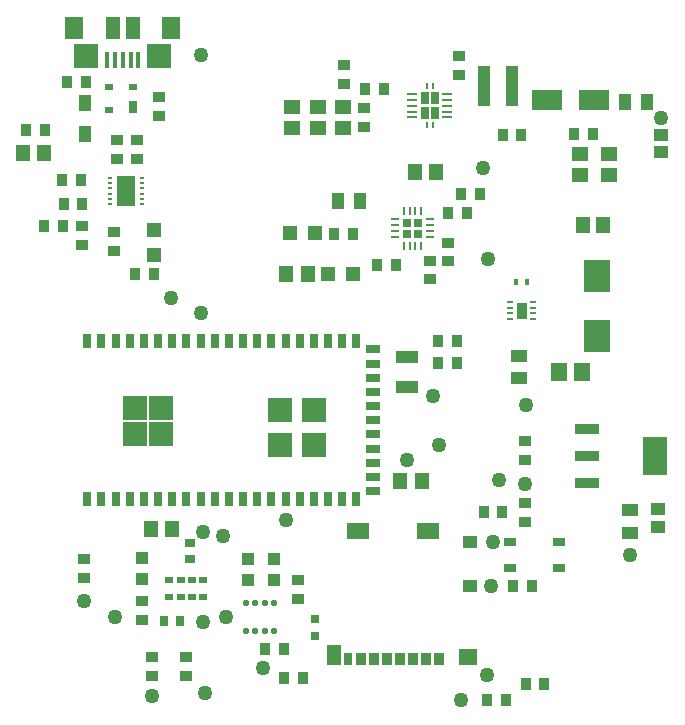
<source format=gtp>
G04*
G04 #@! TF.GenerationSoftware,Altium Limited,Altium Designer,21.9.2 (33)*
G04*
G04 Layer_Color=8421504*
%FSLAX25Y25*%
%MOIN*%
G70*
G04*
G04 #@! TF.SameCoordinates,C603DD54-685B-4B9A-A4C2-A7D413009CF4*
G04*
G04*
G04 #@! TF.FilePolarity,Positive*
G04*
G01*
G75*
%ADD20R,0.02756X0.02756*%
%ADD21R,0.02756X0.02756*%
%ADD22R,0.03362X0.05772*%
%ADD23R,0.02677X0.04134*%
%ADD24R,0.01024X0.01968*%
%ADD25R,0.08661X0.10630*%
%ADD26R,0.08465X0.12795*%
%ADD27R,0.08465X0.03740*%
%ADD28R,0.07874X0.07874*%
%ADD29R,0.04724X0.02756*%
%ADD30R,0.02756X0.04724*%
%ADD31O,0.00906X0.03150*%
%ADD32O,0.03150X0.00906*%
%ADD33R,0.05315X0.06102*%
%ADD34R,0.05512X0.04134*%
%ADD35R,0.03543X0.03937*%
%ADD36R,0.03543X0.02756*%
%ADD37R,0.04134X0.02559*%
G04:AMPARAMS|DCode=38|XSize=19.68mil|YSize=19.68mil|CornerRadius=2.46mil|HoleSize=0mil|Usage=FLASHONLY|Rotation=270.000|XOffset=0mil|YOffset=0mil|HoleType=Round|Shape=RoundedRectangle|*
%AMROUNDEDRECTD38*
21,1,0.01968,0.01476,0,0,270.0*
21,1,0.01476,0.01968,0,0,270.0*
1,1,0.00492,-0.00738,-0.00738*
1,1,0.00492,-0.00738,0.00738*
1,1,0.00492,0.00738,0.00738*
1,1,0.00492,0.00738,-0.00738*
%
%ADD38ROUNDEDRECTD38*%
%ADD39C,0.05000*%
%ADD40R,0.02756X0.02362*%
%ADD41R,0.02756X0.03937*%
%ADD42R,0.03937X0.05512*%
%ADD43R,0.07480X0.05315*%
%ADD44R,0.04724X0.03937*%
%ADD45R,0.06102X0.05315*%
%ADD46R,0.03347X0.04331*%
%ADD47R,0.02953X0.04331*%
%ADD48R,0.04606X0.07087*%
%ADD49R,0.04724X0.04724*%
%ADD50R,0.04724X0.04724*%
%ADD51R,0.03150X0.03150*%
%ADD52R,0.04724X0.07480*%
%ADD53R,0.06299X0.07480*%
%ADD54R,0.08268X0.07874*%
%ADD55R,0.01575X0.05315*%
%ADD56R,0.04940X0.05733*%
%ADD57R,0.01772X0.02362*%
G04:AMPARAMS|DCode=58|XSize=9.84mil|YSize=19.68mil|CornerRadius=1.97mil|HoleSize=0mil|Usage=FLASHONLY|Rotation=90.000|XOffset=0mil|YOffset=0mil|HoleType=Round|Shape=RoundedRectangle|*
%AMROUNDEDRECTD58*
21,1,0.00984,0.01575,0,0,90.0*
21,1,0.00591,0.01968,0,0,90.0*
1,1,0.00394,0.00787,0.00295*
1,1,0.00394,0.00787,-0.00295*
1,1,0.00394,-0.00787,-0.00295*
1,1,0.00394,-0.00787,0.00295*
%
%ADD58ROUNDEDRECTD58*%
G04:AMPARAMS|DCode=59|XSize=9.06mil|YSize=31.5mil|CornerRadius=1mil|HoleSize=0mil|Usage=FLASHONLY|Rotation=90.000|XOffset=0mil|YOffset=0mil|HoleType=Round|Shape=RoundedRectangle|*
%AMROUNDEDRECTD59*
21,1,0.00906,0.02950,0,0,90.0*
21,1,0.00706,0.03150,0,0,90.0*
1,1,0.00200,0.01475,0.00353*
1,1,0.00200,0.01475,-0.00353*
1,1,0.00200,-0.01475,-0.00353*
1,1,0.00200,-0.01475,0.00353*
%
%ADD59ROUNDEDRECTD59*%
%ADD60R,0.09843X0.06693*%
%ADD61R,0.01575X0.00984*%
%ADD62R,0.06299X0.09843*%
%ADD63R,0.03858X0.13386*%
%ADD64R,0.05118X0.04134*%
%ADD65R,0.04528X0.05709*%
%ADD66R,0.03937X0.03543*%
%ADD67R,0.04331X0.04331*%
%ADD68R,0.02835X0.02362*%
%ADD69R,0.07480X0.04331*%
%ADD70R,0.05709X0.04528*%
%ADD71R,0.04134X0.05512*%
%ADD72R,0.02756X0.03543*%
D20*
X142272Y164151D02*
D03*
X138728Y160608D02*
D03*
D21*
X138728Y164151D02*
D03*
X142272Y160608D02*
D03*
D22*
X176865Y134978D02*
D03*
D23*
X144535Y205786D02*
D03*
X148079D02*
D03*
Y200786D02*
D03*
X144535D02*
D03*
D24*
X145323Y209703D02*
D03*
X147291D02*
D03*
Y196869D02*
D03*
X145323D02*
D03*
D25*
X201873Y126523D02*
D03*
Y146602D02*
D03*
D26*
X221417Y86500D02*
D03*
D27*
X198583Y77445D02*
D03*
Y86500D02*
D03*
Y95555D02*
D03*
D28*
X48108Y102538D02*
D03*
X56840D02*
D03*
X48108Y93947D02*
D03*
X56840D02*
D03*
X96360Y101727D02*
D03*
X107600D02*
D03*
X96360Y90215D02*
D03*
X107600D02*
D03*
D29*
X127502Y79512D02*
D03*
Y122031D02*
D03*
Y117307D02*
D03*
Y112583D02*
D03*
Y107858D02*
D03*
Y103134D02*
D03*
Y98409D02*
D03*
Y93685D02*
D03*
Y88961D02*
D03*
Y84236D02*
D03*
Y74787D02*
D03*
D30*
X32065Y124803D02*
D03*
X36789D02*
D03*
X41514D02*
D03*
X46238D02*
D03*
X50963D02*
D03*
X55687D02*
D03*
X60411D02*
D03*
X65136D02*
D03*
X69860D02*
D03*
X74585D02*
D03*
X79309D02*
D03*
X84034D02*
D03*
X88758D02*
D03*
X93482D02*
D03*
X98207D02*
D03*
X102931D02*
D03*
X107656D02*
D03*
X112380D02*
D03*
X117104D02*
D03*
X121829D02*
D03*
Y72047D02*
D03*
X117104D02*
D03*
X112380D02*
D03*
X107656D02*
D03*
X102931D02*
D03*
X98207D02*
D03*
X93482D02*
D03*
X88758D02*
D03*
X84034D02*
D03*
X79309D02*
D03*
X74585D02*
D03*
X69860D02*
D03*
X65136D02*
D03*
X60411D02*
D03*
X55687D02*
D03*
X50963D02*
D03*
X46238D02*
D03*
X41514D02*
D03*
X36789D02*
D03*
X32065D02*
D03*
D31*
X143453Y168187D02*
D03*
X141484D02*
D03*
X139516D02*
D03*
X137547D02*
D03*
Y156572D02*
D03*
X139516D02*
D03*
X141484D02*
D03*
X143453D02*
D03*
D32*
X134693Y165332D02*
D03*
Y163364D02*
D03*
Y161395D02*
D03*
Y159427D02*
D03*
X146307D02*
D03*
Y161395D02*
D03*
Y163364D02*
D03*
Y165332D02*
D03*
D33*
X196887Y114547D02*
D03*
X189209D02*
D03*
D34*
X176139Y119947D02*
D03*
Y112466D02*
D03*
X213000Y68440D02*
D03*
Y60960D02*
D03*
D35*
X97556Y22236D02*
D03*
X91257D02*
D03*
X31754Y211200D02*
D03*
X25454D02*
D03*
X17913Y195100D02*
D03*
X11613D02*
D03*
X30000Y178600D02*
D03*
X23701D02*
D03*
X30507Y170371D02*
D03*
X24208D02*
D03*
X170500Y67800D02*
D03*
X164201D02*
D03*
X149167Y117500D02*
D03*
X155466D02*
D03*
X149167Y124803D02*
D03*
X155466D02*
D03*
X178197Y10515D02*
D03*
X184496D02*
D03*
X54250Y147100D02*
D03*
X47950D02*
D03*
X17800Y163150D02*
D03*
X24099D02*
D03*
X156804Y173914D02*
D03*
X163103D02*
D03*
X104046Y12529D02*
D03*
X97747D02*
D03*
X171599Y5082D02*
D03*
X165300D02*
D03*
X174139Y43000D02*
D03*
X180438D02*
D03*
X194350Y193811D02*
D03*
X200650D02*
D03*
X176815Y193460D02*
D03*
X170516D02*
D03*
X131000Y208793D02*
D03*
X124701D02*
D03*
X135067Y150000D02*
D03*
X128768D02*
D03*
X120740Y160581D02*
D03*
X114441D02*
D03*
X158615Y167547D02*
D03*
X152316D02*
D03*
D36*
X66297Y57555D02*
D03*
Y52043D02*
D03*
D37*
X189339Y57665D02*
D03*
X173000D02*
D03*
Y49200D02*
D03*
X189339D02*
D03*
D38*
X94407Y37461D02*
D03*
X91257D02*
D03*
X88108D02*
D03*
X84879D02*
D03*
X84958Y28012D02*
D03*
X88108D02*
D03*
X91257D02*
D03*
X94407D02*
D03*
D39*
X212988Y53523D02*
D03*
X165599Y152216D02*
D03*
X69860Y134000D02*
D03*
X69917Y220192D02*
D03*
X59886Y139000D02*
D03*
X164100Y182481D02*
D03*
X165480Y13342D02*
D03*
X166763Y43118D02*
D03*
X53522Y6500D02*
D03*
X31037Y38135D02*
D03*
X71486Y7562D02*
D03*
X156632Y5082D02*
D03*
X138738Y85225D02*
D03*
X149211Y90215D02*
D03*
X147400Y106500D02*
D03*
X169500Y78500D02*
D03*
X178000Y77086D02*
D03*
X70828Y61099D02*
D03*
X70670Y31000D02*
D03*
X90727Y15790D02*
D03*
X77230Y59896D02*
D03*
X78300Y32701D02*
D03*
X98332Y65115D02*
D03*
X41439Y32913D02*
D03*
X167378Y57685D02*
D03*
X178427Y103396D02*
D03*
X223454Y199030D02*
D03*
D40*
X39451Y201913D02*
D03*
X47325Y209393D02*
D03*
X39451D02*
D03*
D41*
X47325Y202700D02*
D03*
D42*
X31500Y193764D02*
D03*
Y204000D02*
D03*
D43*
X122301Y61523D02*
D03*
X145805D02*
D03*
D44*
X159585Y43118D02*
D03*
Y57685D02*
D03*
D45*
X158896Y19397D02*
D03*
D46*
X149211Y18905D02*
D03*
X144880D02*
D03*
X140549D02*
D03*
X136219D02*
D03*
X131888D02*
D03*
X127557D02*
D03*
X123226D02*
D03*
D47*
X119093D02*
D03*
D48*
X114329Y20283D02*
D03*
D49*
X108071Y160778D02*
D03*
X99804D02*
D03*
X120652Y147200D02*
D03*
X112385D02*
D03*
D50*
X54250Y161836D02*
D03*
Y153568D02*
D03*
D51*
X108145Y26347D02*
D03*
Y32253D02*
D03*
D52*
X47305Y229000D02*
D03*
X40612D02*
D03*
D53*
X60100D02*
D03*
X27817D02*
D03*
D54*
X56163Y219748D02*
D03*
X31754D02*
D03*
D55*
X49076Y218468D02*
D03*
X46517D02*
D03*
X43958D02*
D03*
X41399D02*
D03*
X38840D02*
D03*
D56*
X203996Y163380D02*
D03*
X197494D02*
D03*
D57*
X178695Y144534D02*
D03*
X174955D02*
D03*
D58*
X173125Y137931D02*
D03*
Y135962D02*
D03*
Y133994D02*
D03*
Y132026D02*
D03*
X180605D02*
D03*
Y133994D02*
D03*
Y135962D02*
D03*
Y137931D02*
D03*
D59*
X140500Y207223D02*
D03*
Y205254D02*
D03*
Y203286D02*
D03*
Y201317D02*
D03*
Y199349D02*
D03*
X152114D02*
D03*
Y201317D02*
D03*
Y203286D02*
D03*
Y205254D02*
D03*
Y207223D02*
D03*
D60*
X201000Y205035D02*
D03*
X185252D02*
D03*
D61*
X39785Y179229D02*
D03*
Y177457D02*
D03*
Y175686D02*
D03*
Y173914D02*
D03*
Y172143D02*
D03*
Y170371D02*
D03*
X50415D02*
D03*
Y172143D02*
D03*
Y173914D02*
D03*
Y175686D02*
D03*
Y177457D02*
D03*
Y179229D02*
D03*
D62*
X45100Y174800D02*
D03*
D63*
X164335Y209799D02*
D03*
X173665D02*
D03*
D64*
X222300Y68700D02*
D03*
Y62991D02*
D03*
X223454Y193460D02*
D03*
Y187752D02*
D03*
D65*
X148315Y181190D02*
D03*
X141228D02*
D03*
X17800Y187400D02*
D03*
X10713D02*
D03*
X60411Y62086D02*
D03*
X53325D02*
D03*
X136457Y78000D02*
D03*
X143543D02*
D03*
X105543Y147100D02*
D03*
X98457D02*
D03*
D66*
X152316Y157628D02*
D03*
Y151329D02*
D03*
X42015Y191779D02*
D03*
Y185479D02*
D03*
X48515D02*
D03*
Y191779D02*
D03*
X40966Y161271D02*
D03*
Y154972D02*
D03*
X56163Y199803D02*
D03*
Y206103D02*
D03*
X124463Y196216D02*
D03*
Y202516D02*
D03*
X156000Y219750D02*
D03*
Y213450D02*
D03*
X117590Y216806D02*
D03*
Y210506D02*
D03*
X30500Y163150D02*
D03*
Y156850D02*
D03*
X53522Y13196D02*
D03*
Y19496D02*
D03*
X31037Y45980D02*
D03*
Y52280D02*
D03*
X65136Y13196D02*
D03*
Y19496D02*
D03*
X178000Y85225D02*
D03*
Y91524D02*
D03*
Y64490D02*
D03*
Y70789D02*
D03*
X146307Y145350D02*
D03*
Y151650D02*
D03*
X50400Y31836D02*
D03*
Y38135D02*
D03*
X102182Y38787D02*
D03*
Y45086D02*
D03*
D67*
X50400Y45400D02*
D03*
Y52487D02*
D03*
X85682Y52280D02*
D03*
Y45193D02*
D03*
X94382Y52280D02*
D03*
Y45193D02*
D03*
D68*
X70828Y45156D02*
D03*
X67010D02*
D03*
X63191D02*
D03*
X59372D02*
D03*
Y39644D02*
D03*
X63191D02*
D03*
X67010D02*
D03*
X70828D02*
D03*
D69*
X138738Y119500D02*
D03*
Y109658D02*
D03*
D70*
X100500Y195732D02*
D03*
Y202819D02*
D03*
X109000Y195765D02*
D03*
Y202852D02*
D03*
X117254Y195765D02*
D03*
Y202852D02*
D03*
X196500Y187100D02*
D03*
Y180013D02*
D03*
X206000Y187143D02*
D03*
Y180057D02*
D03*
D71*
X218740Y204600D02*
D03*
X211260D02*
D03*
X123044Y171510D02*
D03*
X115564D02*
D03*
D72*
X57625Y31443D02*
D03*
X63136D02*
D03*
M02*

</source>
